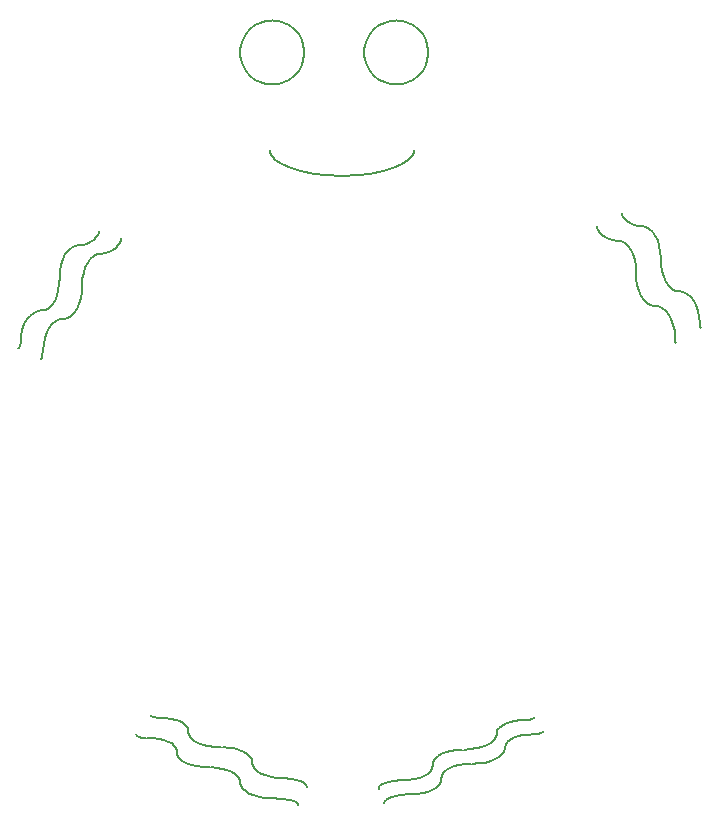
<source format=gbr>
G04 PROTEUS RS274X GERBER FILE*
%FSLAX45Y45*%
%MOMM*%
G01*
%ADD24C,0.203200*%
%TD.AperFunction*%
D24*
X-2060000Y+1690000D02*
X-2060281Y+1674257D01*
X-2068105Y+1655693D01*
X-2082698Y+1635826D01*
X-2103281Y+1616172D01*
X-2129079Y+1598246D01*
X-2159316Y+1583564D01*
X-2193215Y+1573644D01*
X-2230000Y+1570000D01*
X-2262715Y+1564628D01*
X-2292969Y+1549170D01*
X-2320176Y+1524615D01*
X-2343750Y+1491953D01*
X-2363105Y+1452172D01*
X-2377656Y+1406260D01*
X-2386816Y+1355206D01*
X-2390000Y+1300000D01*
X-2392985Y+1242749D01*
X-2401572Y+1189805D01*
X-2415213Y+1142192D01*
X-2433359Y+1100938D01*
X-2455460Y+1067065D01*
X-2480967Y+1041602D01*
X-2509330Y+1025571D01*
X-2540000Y+1020000D01*
X-2576804Y+1014628D01*
X-2610840Y+999170D01*
X-2641448Y+974615D01*
X-2667969Y+941953D01*
X-2689744Y+902172D01*
X-2706113Y+856260D01*
X-2716418Y+805206D01*
X-2720000Y+750000D01*
X-1870000Y+1630000D02*
X-1870281Y+1610956D01*
X-1878105Y+1589912D01*
X-1892698Y+1568268D01*
X-1913281Y+1547422D01*
X-1939079Y+1528773D01*
X-1969316Y+1513721D01*
X-2003215Y+1503663D01*
X-2040000Y+1500000D01*
X-2072715Y+1494628D01*
X-2102969Y+1479170D01*
X-2130176Y+1454615D01*
X-2153750Y+1421953D01*
X-2173105Y+1382172D01*
X-2187656Y+1336260D01*
X-2196816Y+1285206D01*
X-2200000Y+1230000D01*
X-2202985Y+1172749D01*
X-2211572Y+1119805D01*
X-2225213Y+1072192D01*
X-2243359Y+1030938D01*
X-2265460Y+997065D01*
X-2290967Y+971602D01*
X-2319330Y+955571D01*
X-2350000Y+950000D01*
X-2386804Y+944628D01*
X-2420840Y+929170D01*
X-2451448Y+904615D01*
X-2477969Y+871953D01*
X-2499744Y+832172D01*
X-2516113Y+786260D01*
X-2526418Y+735206D01*
X-2530000Y+680000D01*
X+2370000Y+1840000D02*
X+2370281Y+1827557D01*
X+2378105Y+1811475D01*
X+2392698Y+1793385D01*
X+2413281Y+1774922D01*
X+2439079Y+1757719D01*
X+2469316Y+1743408D01*
X+2503215Y+1733624D01*
X+2540000Y+1730000D01*
X+2572715Y+1724628D01*
X+2602969Y+1709170D01*
X+2630176Y+1684615D01*
X+2653750Y+1651953D01*
X+2673105Y+1612172D01*
X+2687656Y+1566260D01*
X+2696816Y+1515206D01*
X+2700000Y+1460000D01*
X+2702985Y+1402749D01*
X+2711572Y+1349805D01*
X+2725213Y+1302192D01*
X+2743359Y+1260938D01*
X+2765460Y+1227065D01*
X+2790967Y+1201602D01*
X+2819330Y+1185571D01*
X+2850000Y+1180000D01*
X+2886804Y+1174628D01*
X+2920840Y+1159170D01*
X+2951448Y+1134615D01*
X+2977969Y+1101953D01*
X+2999744Y+1062172D01*
X+3016113Y+1016260D01*
X+3026418Y+965206D01*
X+3030000Y+910000D01*
X+2160000Y+1730000D02*
X+2160281Y+1714257D01*
X+2168105Y+1695693D01*
X+2182698Y+1675826D01*
X+2203281Y+1656172D01*
X+2229079Y+1638246D01*
X+2259316Y+1623564D01*
X+2293215Y+1613644D01*
X+2330000Y+1610000D01*
X+2362715Y+1604628D01*
X+2392969Y+1589170D01*
X+2420176Y+1564615D01*
X+2443750Y+1531953D01*
X+2463105Y+1492172D01*
X+2477656Y+1446260D01*
X+2486816Y+1395206D01*
X+2490000Y+1340000D01*
X+2492985Y+1282749D01*
X+2501572Y+1229805D01*
X+2515213Y+1182192D01*
X+2533359Y+1140938D01*
X+2555460Y+1107065D01*
X+2580967Y+1081602D01*
X+2609330Y+1065571D01*
X+2640000Y+1060000D01*
X+2676804Y+1054628D01*
X+2710840Y+1039170D01*
X+2741448Y+1014615D01*
X+2767969Y+981953D01*
X+2789744Y+942172D01*
X+2806113Y+896260D01*
X+2816418Y+845206D01*
X+2820000Y+790000D01*
X+510000Y-2960000D02*
X+563162Y-2957413D01*
X+612324Y-2949971D01*
X+656536Y-2938148D01*
X+694844Y-2922422D01*
X+726296Y-2903268D01*
X+749941Y-2881162D01*
X+764827Y-2856581D01*
X+770000Y-2830000D01*
X+774974Y-2803419D01*
X+789287Y-2778838D01*
X+812023Y-2756732D01*
X+842266Y-2737578D01*
X+879100Y-2721852D01*
X+921611Y-2710029D01*
X+968883Y-2702587D01*
X+1020000Y-2700000D01*
X+1030000Y-2700000D02*
X+1087251Y-2697413D01*
X+1140195Y-2689971D01*
X+1187807Y-2678148D01*
X+1229062Y-2662422D01*
X+1262934Y-2643268D01*
X+1288398Y-2621162D01*
X+1304429Y-2596581D01*
X+1310000Y-2570000D01*
X+1310000Y-2560000D02*
X+1314974Y-2537509D01*
X+1329287Y-2516709D01*
X+1352023Y-2498004D01*
X+1382266Y-2481797D01*
X+1419100Y-2468490D01*
X+1461611Y-2458486D01*
X+1508883Y-2452189D01*
X+1560000Y-2450000D01*
X+580000Y-3080000D02*
X+633162Y-3077413D01*
X+682324Y-3069971D01*
X+726536Y-3058148D01*
X+764844Y-3042422D01*
X+796296Y-3023268D01*
X+819941Y-3001162D01*
X+834827Y-2976581D01*
X+840000Y-2950000D01*
X+844974Y-2923419D01*
X+859287Y-2898838D01*
X+882023Y-2876732D01*
X+912266Y-2857578D01*
X+949100Y-2841852D01*
X+991611Y-2830029D01*
X+1038883Y-2822587D01*
X+1090000Y-2820000D01*
X+1100000Y-2820000D02*
X+1157251Y-2817413D01*
X+1210195Y-2809971D01*
X+1257807Y-2798148D01*
X+1299062Y-2782422D01*
X+1332934Y-2763268D01*
X+1358398Y-2741162D01*
X+1374429Y-2716581D01*
X+1380000Y-2690000D01*
X+1380000Y-2680000D02*
X+1384974Y-2657509D01*
X+1399287Y-2636709D01*
X+1422023Y-2618004D01*
X+1452266Y-2601797D01*
X+1489100Y-2588490D01*
X+1531611Y-2578486D01*
X+1578883Y-2572189D01*
X+1630000Y-2570000D01*
X-600000Y-3110000D02*
X-653162Y-3107413D01*
X-702324Y-3099971D01*
X-746536Y-3088148D01*
X-784844Y-3072422D01*
X-816296Y-3053268D01*
X-839941Y-3031162D01*
X-854827Y-3006581D01*
X-860000Y-2980000D01*
X-864974Y-2953419D01*
X-879287Y-2928838D01*
X-902023Y-2906732D01*
X-932266Y-2887578D01*
X-969100Y-2871852D01*
X-1011611Y-2860029D01*
X-1058883Y-2852587D01*
X-1110000Y-2850000D01*
X-1120000Y-2850000D02*
X-1177251Y-2847413D01*
X-1230195Y-2839971D01*
X-1277807Y-2828148D01*
X-1319062Y-2812422D01*
X-1352934Y-2793268D01*
X-1378398Y-2771162D01*
X-1394429Y-2746581D01*
X-1400000Y-2720000D01*
X-1400000Y-2710000D02*
X-1404974Y-2687509D01*
X-1419287Y-2666709D01*
X-1442023Y-2648004D01*
X-1472266Y-2631797D01*
X-1509100Y-2618490D01*
X-1551611Y-2608486D01*
X-1598883Y-2602189D01*
X-1650000Y-2600000D01*
X-500000Y-2940000D02*
X-553162Y-2937413D01*
X-602324Y-2929971D01*
X-646536Y-2918148D01*
X-684844Y-2902422D01*
X-716296Y-2883268D01*
X-739941Y-2861162D01*
X-754827Y-2836581D01*
X-760000Y-2810000D01*
X-764974Y-2783419D01*
X-779287Y-2758838D01*
X-802023Y-2736732D01*
X-832266Y-2717578D01*
X-869100Y-2701852D01*
X-911611Y-2690029D01*
X-958883Y-2682587D01*
X-1010000Y-2680000D01*
X-1020000Y-2680000D02*
X-1077251Y-2677413D01*
X-1130195Y-2669971D01*
X-1177807Y-2658148D01*
X-1219062Y-2642422D01*
X-1252934Y-2623268D01*
X-1278398Y-2601162D01*
X-1294429Y-2576581D01*
X-1300000Y-2550000D01*
X-1300000Y-2540000D02*
X-1304974Y-2517509D01*
X-1319287Y-2496709D01*
X-1342023Y-2478004D01*
X-1372266Y-2461797D01*
X-1409100Y-2448490D01*
X-1451611Y-2438486D01*
X-1498883Y-2432189D01*
X-1550000Y-2430000D01*
X-2530000Y+680000D02*
X-2535781Y+630234D01*
X-2542129Y+615400D01*
X-2550000Y+610000D01*
X-2720000Y+750000D02*
X-2725781Y+714453D01*
X-2732129Y+703857D01*
X-2740000Y+700000D01*
X+2820000Y+790000D02*
X+2822891Y+754453D01*
X+2830000Y+740000D01*
X+3030000Y+910000D02*
X+3032891Y+881562D01*
X+3040000Y+870000D01*
X+510000Y-2960000D02*
X+431289Y-2965400D01*
X+367812Y-2980234D01*
X+343618Y-2990548D01*
X+325430Y-3002451D01*
X+313980Y-3015687D01*
X+310000Y-3030000D01*
X+580000Y-3080000D02*
X+493418Y-3085400D01*
X+423594Y-3100234D01*
X+396980Y-3110548D01*
X+376973Y-3122451D01*
X+364377Y-3135687D01*
X+360000Y-3150000D01*
X+1560000Y-2450000D02*
X+1587549Y-2447686D01*
X+1609766Y-2441328D01*
X+1624600Y-2431807D01*
X+1630000Y-2420000D01*
X+1630000Y-2570000D02*
X+1661484Y-2567686D01*
X+1686875Y-2561328D01*
X+1703828Y-2551807D01*
X+1710000Y-2540000D01*
X-500000Y-2940000D02*
X-421289Y-2946172D01*
X-357812Y-2963125D01*
X-333618Y-2974912D01*
X-315430Y-2988516D01*
X-303980Y-3003643D01*
X-300000Y-3020000D01*
X-600000Y-3110000D02*
X-509482Y-3114629D01*
X-436484Y-3127344D01*
X-408661Y-3136184D01*
X-387744Y-3146387D01*
X-374576Y-3157732D01*
X-370000Y-3170000D01*
X-1550000Y-2430000D02*
X-1599766Y-2424219D01*
X-1614600Y-2417871D01*
X-1620000Y-2410000D01*
X-1660000Y-2600000D02*
X-1691484Y-2597686D01*
X-1716875Y-2591328D01*
X-1733828Y-2581807D01*
X-1740000Y-2570000D01*
X-318984Y+3202356D02*
X-319863Y+3224164D01*
X-327000Y+3267781D01*
X-341888Y+3311398D01*
X-366069Y+3355015D01*
X-403001Y+3398522D01*
X-446618Y+3432337D01*
X-490235Y+3454341D01*
X-533852Y+3467492D01*
X-577469Y+3473082D01*
X-590000Y+3473372D01*
X-861016Y+3202356D02*
X-860137Y+3224164D01*
X-853000Y+3267781D01*
X-838112Y+3311398D01*
X-813931Y+3355015D01*
X-776999Y+3398522D01*
X-733382Y+3432337D01*
X-689765Y+3454341D01*
X-646148Y+3467492D01*
X-602531Y+3473082D01*
X-590000Y+3473372D01*
X-861016Y+3202356D02*
X-860137Y+3180548D01*
X-853000Y+3136931D01*
X-838112Y+3093314D01*
X-813931Y+3049697D01*
X-776999Y+3006190D01*
X-733382Y+2972375D01*
X-689765Y+2950371D01*
X-646148Y+2937220D01*
X-602531Y+2931630D01*
X-590000Y+2931340D01*
X-318984Y+3202356D02*
X-319863Y+3180548D01*
X-327000Y+3136931D01*
X-341888Y+3093314D01*
X-366069Y+3049697D01*
X-403001Y+3006190D01*
X-446618Y+2972375D01*
X-490235Y+2950371D01*
X-533852Y+2937220D01*
X-577469Y+2931630D01*
X-590000Y+2931340D01*
X+731016Y+3202356D02*
X+730137Y+3224164D01*
X+723000Y+3267781D01*
X+708112Y+3311398D01*
X+683931Y+3355015D01*
X+646999Y+3398522D01*
X+603382Y+3432337D01*
X+559765Y+3454341D01*
X+516148Y+3467492D01*
X+472531Y+3473082D01*
X+460000Y+3473372D01*
X+188984Y+3202356D02*
X+189863Y+3224164D01*
X+197000Y+3267781D01*
X+211888Y+3311398D01*
X+236069Y+3355015D01*
X+273001Y+3398522D01*
X+316618Y+3432337D01*
X+360235Y+3454341D01*
X+403852Y+3467492D01*
X+447469Y+3473082D01*
X+460000Y+3473372D01*
X+188984Y+3202356D02*
X+189863Y+3180548D01*
X+197000Y+3136931D01*
X+211888Y+3093314D01*
X+236069Y+3049697D01*
X+273001Y+3006190D01*
X+316618Y+2972375D01*
X+360235Y+2950371D01*
X+403852Y+2937220D01*
X+447469Y+2931630D01*
X+460000Y+2931340D01*
X+731016Y+3202356D02*
X+730137Y+3180548D01*
X+723000Y+3136931D01*
X+708112Y+3093314D01*
X+683931Y+3049697D01*
X+646999Y+3006190D01*
X+603382Y+2972375D01*
X+559765Y+2950371D01*
X+516148Y+2937220D01*
X+472531Y+2931630D01*
X+460000Y+2931340D01*
X-610000Y+2380000D02*
X-606919Y+2357136D01*
X-597862Y+2335017D01*
X-583109Y+2313744D01*
X-562939Y+2293418D01*
X-507465Y+2256008D01*
X-433672Y+2223594D01*
X-343795Y+2196980D01*
X-240068Y+2176973D01*
X-124725Y+2164377D01*
X+0Y+2160000D01*
X+610000Y+2380000D02*
X+606919Y+2357136D01*
X+597862Y+2335017D01*
X+583109Y+2313744D01*
X+562939Y+2293418D01*
X+507465Y+2256008D01*
X+433672Y+2223594D01*
X+343795Y+2196980D01*
X+240068Y+2176973D01*
X+124725Y+2164377D01*
X+0Y+2160000D01*
M02*

</source>
